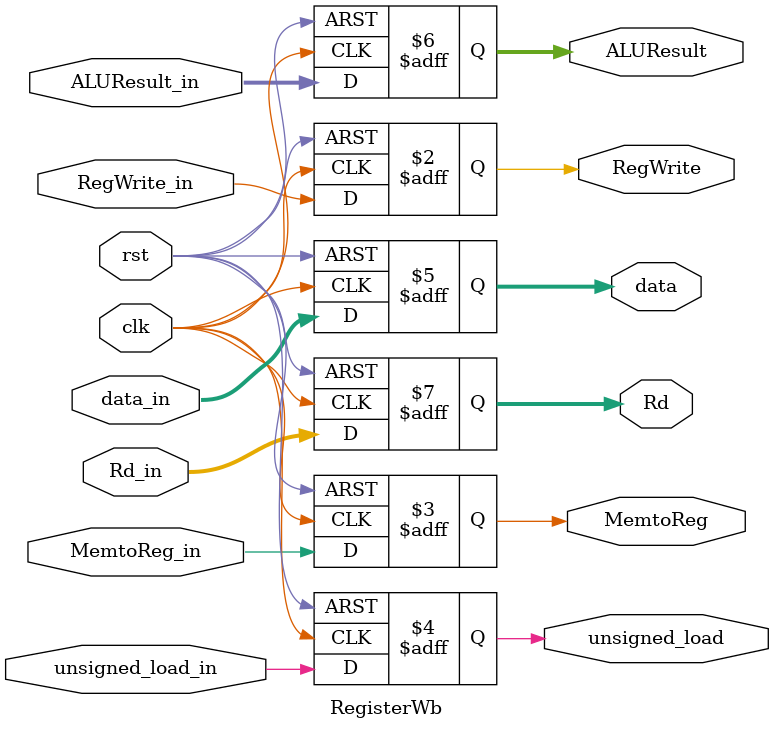
<source format=sv>
module RegisterWb #(parameter WIDTH=32, parameter ADDR_WIDTH=5) (
    input clk, rst, //Señales de control
    // Señales de control del datapath
    //WriteBack
    input logic RegWrite_in,      // Escribir en registro destino
    output logic RegWrite,        // Escribir en registro destino
    input logic MemtoReg_in,      // 0: ALU result, 1: Mem data a registro
    output logic MemtoReg,        // 0: ALU result, 1: Mem data a registro
    input logic unsigned_load_in, // Para lbu, lhu
    output logic unsigned_load,   // Para lbu, lhu

    input logic [WIDTH-1:0] data_in,       // para load de datos de memoria
    output logic [WIDTH-1:0] data,         // para load de datos de memoria

    input logic [WIDTH-1:0] ALUResult_in,  // Resultado de ALU
    output logic [WIDTH-1:0] ALUResult,    // Resultado de ALU
    
    input logic [ADDR_WIDTH-1:0] Rd_in,    // Direccion de registro destino
    output logic [ADDR_WIDTH-1:0] Rd       // Direccion de registro destino
);

always_ff @(posedge clk or posedge rst)
begin
    if(rst) begin
        // Reset todas las salidas a 0
        RegWrite <= 1'b0;
        MemtoReg <= 1'b0;
        unsigned_load <= 1'b0;
        data <= {WIDTH{1'b0}};
        ALUResult <= {WIDTH{1'b0}};
        Rd <= {ADDR_WIDTH{1'b0}};
    end
    else begin
        // En flanco positivo, pasar todas las entradas a las salidas
        RegWrite <= RegWrite_in;
        MemtoReg <= MemtoReg_in;
        unsigned_load <= unsigned_load_in;
        data <= data_in;
        ALUResult <= ALUResult_in;
        Rd <= Rd_in;
    end
end

endmodule
</source>
